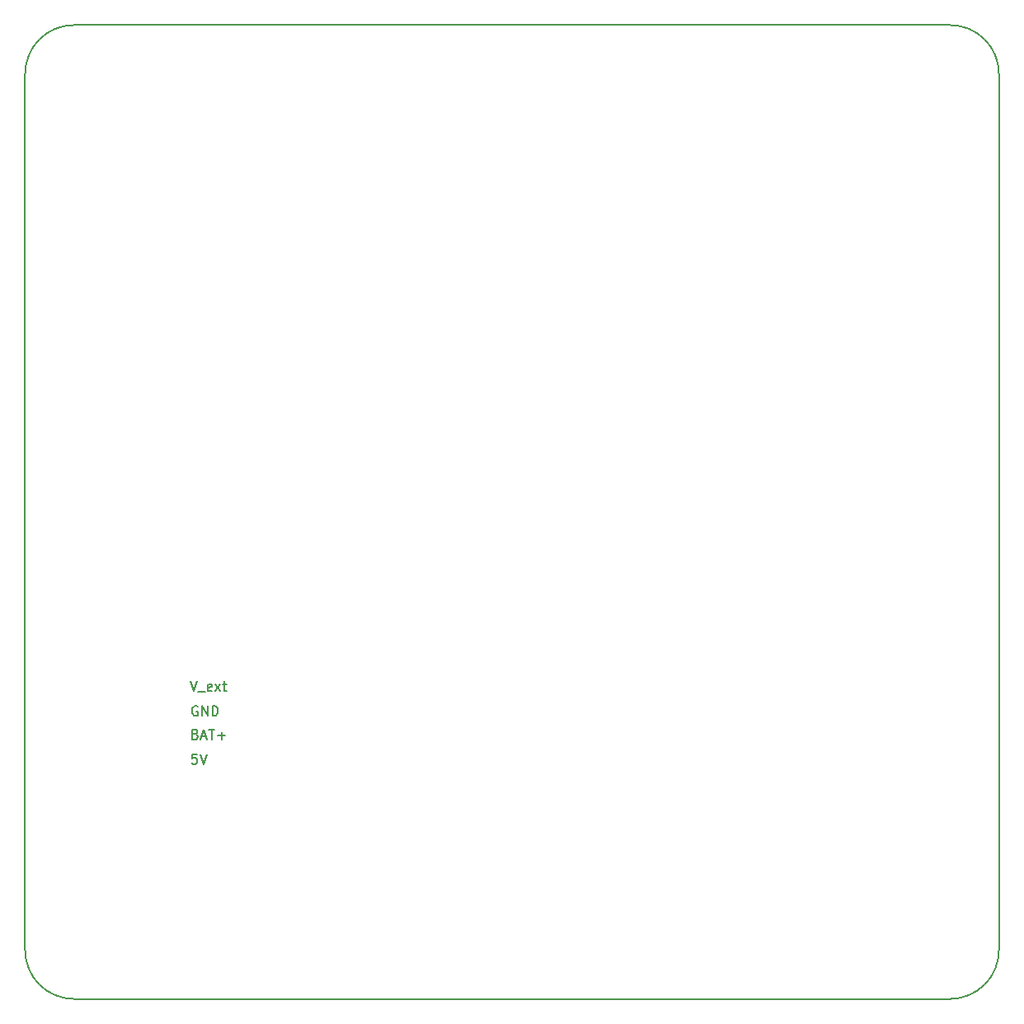
<source format=gbr>
%TF.GenerationSoftware,KiCad,Pcbnew,(5.1.6)-1*%
%TF.CreationDate,2021-03-02T23:33:04+01:00*%
%TF.ProjectId,03_La_Boite_A_Meuh,30335f4c-615f-4426-9f69-74655f415f4d,rev?*%
%TF.SameCoordinates,Original*%
%TF.FileFunction,Legend,Bot*%
%TF.FilePolarity,Positive*%
%FSLAX46Y46*%
G04 Gerber Fmt 4.6, Leading zero omitted, Abs format (unit mm)*
G04 Created by KiCad (PCBNEW (5.1.6)-1) date 2021-03-02 23:33:04*
%MOMM*%
%LPD*%
G01*
G04 APERTURE LIST*
%TA.AperFunction,Profile*%
%ADD10C,0.150000*%
%TD*%
%ADD11C,0.150000*%
G04 APERTURE END LIST*
D10*
X180000000Y-55000000D02*
X195000000Y-55000000D01*
X157000000Y-55000000D02*
X180000000Y-55000000D01*
X195000000Y-55000000D02*
G75*
G02*
X200000000Y-60000000I0J-5000000D01*
G01*
X200000000Y-150000000D02*
G75*
G02*
X195000000Y-155000000I-5000000J0D01*
G01*
X105000000Y-155000000D02*
G75*
G02*
X100000000Y-150000000I0J5000000D01*
G01*
X100000000Y-60000000D02*
G75*
G02*
X105000000Y-55000000I5000000J0D01*
G01*
X100000000Y-150000000D02*
X100000000Y-60000000D01*
X195000000Y-155000000D02*
X105000000Y-155000000D01*
X200000000Y-60000000D02*
X200000000Y-150000000D01*
X105000000Y-55000000D02*
X157000000Y-55000000D01*
%TO.C,U4*%
D11*
X117705095Y-124967000D02*
X117609857Y-124919380D01*
X117467000Y-124919380D01*
X117324142Y-124967000D01*
X117228904Y-125062238D01*
X117181285Y-125157476D01*
X117133666Y-125347952D01*
X117133666Y-125490809D01*
X117181285Y-125681285D01*
X117228904Y-125776523D01*
X117324142Y-125871761D01*
X117467000Y-125919380D01*
X117562238Y-125919380D01*
X117705095Y-125871761D01*
X117752714Y-125824142D01*
X117752714Y-125490809D01*
X117562238Y-125490809D01*
X118181285Y-125919380D02*
X118181285Y-124919380D01*
X118752714Y-125919380D01*
X118752714Y-124919380D01*
X119228904Y-125919380D02*
X119228904Y-124919380D01*
X119467000Y-124919380D01*
X119609857Y-124967000D01*
X119705095Y-125062238D01*
X119752714Y-125157476D01*
X119800333Y-125347952D01*
X119800333Y-125490809D01*
X119752714Y-125681285D01*
X119705095Y-125776523D01*
X119609857Y-125871761D01*
X119467000Y-125919380D01*
X119228904Y-125919380D01*
X117014666Y-122379380D02*
X117348000Y-123379380D01*
X117681333Y-122379380D01*
X117776571Y-123474619D02*
X118538476Y-123474619D01*
X119157523Y-123331761D02*
X119062285Y-123379380D01*
X118871809Y-123379380D01*
X118776571Y-123331761D01*
X118728952Y-123236523D01*
X118728952Y-122855571D01*
X118776571Y-122760333D01*
X118871809Y-122712714D01*
X119062285Y-122712714D01*
X119157523Y-122760333D01*
X119205142Y-122855571D01*
X119205142Y-122950809D01*
X118728952Y-123046047D01*
X119538476Y-123379380D02*
X120062285Y-122712714D01*
X119538476Y-122712714D02*
X120062285Y-123379380D01*
X120300380Y-122712714D02*
X120681333Y-122712714D01*
X120443238Y-122379380D02*
X120443238Y-123236523D01*
X120490857Y-123331761D01*
X120586095Y-123379380D01*
X120681333Y-123379380D01*
X117490857Y-127808571D02*
X117633714Y-127856190D01*
X117681333Y-127903809D01*
X117728952Y-127999047D01*
X117728952Y-128141904D01*
X117681333Y-128237142D01*
X117633714Y-128284761D01*
X117538476Y-128332380D01*
X117157523Y-128332380D01*
X117157523Y-127332380D01*
X117490857Y-127332380D01*
X117586095Y-127380000D01*
X117633714Y-127427619D01*
X117681333Y-127522857D01*
X117681333Y-127618095D01*
X117633714Y-127713333D01*
X117586095Y-127760952D01*
X117490857Y-127808571D01*
X117157523Y-127808571D01*
X118109904Y-128046666D02*
X118586095Y-128046666D01*
X118014666Y-128332380D02*
X118348000Y-127332380D01*
X118681333Y-128332380D01*
X118871809Y-127332380D02*
X119443238Y-127332380D01*
X119157523Y-128332380D02*
X119157523Y-127332380D01*
X119776571Y-127951428D02*
X120538476Y-127951428D01*
X120157523Y-128332380D02*
X120157523Y-127570476D01*
X117641523Y-129872380D02*
X117165333Y-129872380D01*
X117117714Y-130348571D01*
X117165333Y-130300952D01*
X117260571Y-130253333D01*
X117498666Y-130253333D01*
X117593904Y-130300952D01*
X117641523Y-130348571D01*
X117689142Y-130443809D01*
X117689142Y-130681904D01*
X117641523Y-130777142D01*
X117593904Y-130824761D01*
X117498666Y-130872380D01*
X117260571Y-130872380D01*
X117165333Y-130824761D01*
X117117714Y-130777142D01*
X117974857Y-129872380D02*
X118308190Y-130872380D01*
X118641523Y-129872380D01*
%TD*%
M02*

</source>
